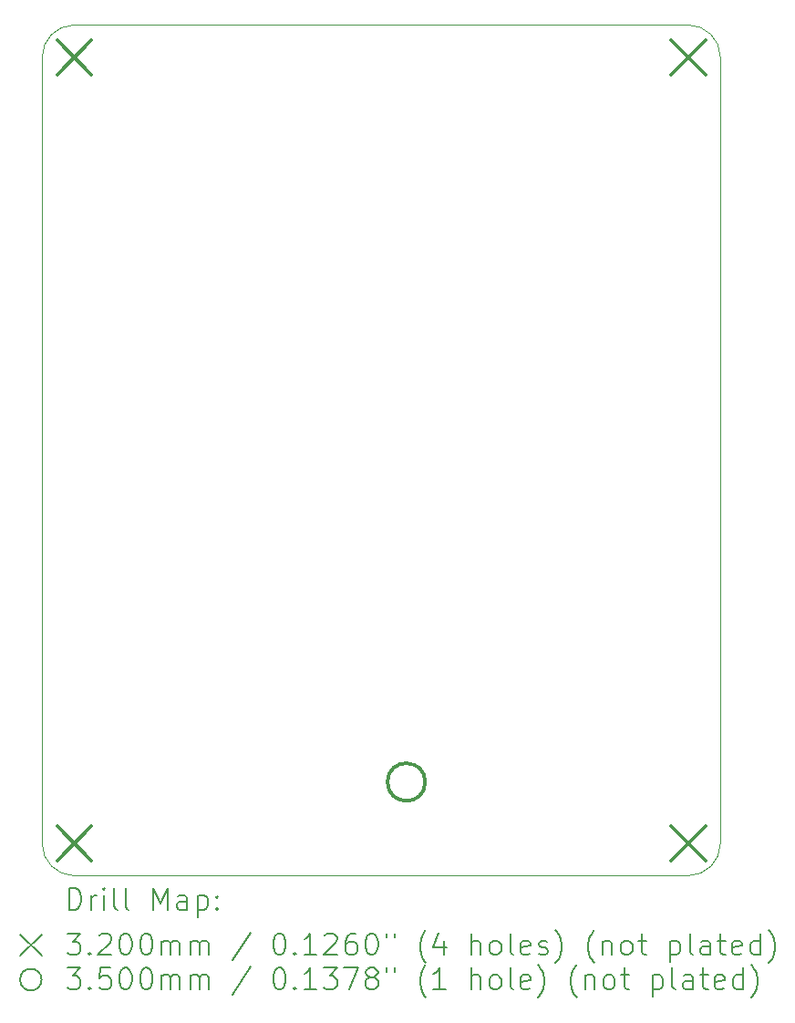
<source format=gbr>
%FSLAX45Y45*%
G04 Gerber Fmt 4.5, Leading zero omitted, Abs format (unit mm)*
G04 Created by KiCad (PCBNEW (6.0.0)) date 2022-05-09 08:45:18*
%MOMM*%
%LPD*%
G01*
G04 APERTURE LIST*
%TA.AperFunction,Profile*%
%ADD10C,0.100000*%
%TD*%
%ADD11C,0.200000*%
%ADD12C,0.320000*%
%ADD13C,0.350000*%
G04 APERTURE END LIST*
D10*
X20300000Y-6300000D02*
G75*
G03*
X20000000Y-6000000I-300000J0D01*
G01*
X20000000Y-6000000D02*
X14300000Y-6000000D01*
X14300000Y-6000000D02*
G75*
G03*
X14000000Y-6300000I0J-300000D01*
G01*
X20300000Y-13600000D02*
X20300000Y-6300000D01*
X20000000Y-13900000D02*
X14300000Y-13900000D01*
X14000000Y-13600000D02*
G75*
G03*
X14300000Y-13900000I300000J0D01*
G01*
X14000000Y-6300000D02*
X14000000Y-13600000D01*
X20000000Y-13900000D02*
G75*
G03*
X20300000Y-13600000I0J300000D01*
G01*
D11*
D12*
X14140000Y-6140000D02*
X14460000Y-6460000D01*
X14460000Y-6140000D02*
X14140000Y-6460000D01*
X14140000Y-13440000D02*
X14460000Y-13760000D01*
X14460000Y-13440000D02*
X14140000Y-13760000D01*
X19840000Y-6140000D02*
X20160000Y-6460000D01*
X20160000Y-6140000D02*
X19840000Y-6460000D01*
X19840000Y-13440000D02*
X20160000Y-13760000D01*
X20160000Y-13440000D02*
X19840000Y-13760000D01*
D13*
X17558000Y-13030200D02*
G75*
G03*
X17558000Y-13030200I-175000J0D01*
G01*
D11*
X14252619Y-14215476D02*
X14252619Y-14015476D01*
X14300238Y-14015476D01*
X14328809Y-14025000D01*
X14347857Y-14044048D01*
X14357381Y-14063095D01*
X14366905Y-14101190D01*
X14366905Y-14129762D01*
X14357381Y-14167857D01*
X14347857Y-14186905D01*
X14328809Y-14205952D01*
X14300238Y-14215476D01*
X14252619Y-14215476D01*
X14452619Y-14215476D02*
X14452619Y-14082143D01*
X14452619Y-14120238D02*
X14462143Y-14101190D01*
X14471667Y-14091667D01*
X14490714Y-14082143D01*
X14509762Y-14082143D01*
X14576428Y-14215476D02*
X14576428Y-14082143D01*
X14576428Y-14015476D02*
X14566905Y-14025000D01*
X14576428Y-14034524D01*
X14585952Y-14025000D01*
X14576428Y-14015476D01*
X14576428Y-14034524D01*
X14700238Y-14215476D02*
X14681190Y-14205952D01*
X14671667Y-14186905D01*
X14671667Y-14015476D01*
X14805000Y-14215476D02*
X14785952Y-14205952D01*
X14776428Y-14186905D01*
X14776428Y-14015476D01*
X15033571Y-14215476D02*
X15033571Y-14015476D01*
X15100238Y-14158333D01*
X15166905Y-14015476D01*
X15166905Y-14215476D01*
X15347857Y-14215476D02*
X15347857Y-14110714D01*
X15338333Y-14091667D01*
X15319286Y-14082143D01*
X15281190Y-14082143D01*
X15262143Y-14091667D01*
X15347857Y-14205952D02*
X15328809Y-14215476D01*
X15281190Y-14215476D01*
X15262143Y-14205952D01*
X15252619Y-14186905D01*
X15252619Y-14167857D01*
X15262143Y-14148809D01*
X15281190Y-14139286D01*
X15328809Y-14139286D01*
X15347857Y-14129762D01*
X15443095Y-14082143D02*
X15443095Y-14282143D01*
X15443095Y-14091667D02*
X15462143Y-14082143D01*
X15500238Y-14082143D01*
X15519286Y-14091667D01*
X15528809Y-14101190D01*
X15538333Y-14120238D01*
X15538333Y-14177381D01*
X15528809Y-14196428D01*
X15519286Y-14205952D01*
X15500238Y-14215476D01*
X15462143Y-14215476D01*
X15443095Y-14205952D01*
X15624048Y-14196428D02*
X15633571Y-14205952D01*
X15624048Y-14215476D01*
X15614524Y-14205952D01*
X15624048Y-14196428D01*
X15624048Y-14215476D01*
X15624048Y-14091667D02*
X15633571Y-14101190D01*
X15624048Y-14110714D01*
X15614524Y-14101190D01*
X15624048Y-14091667D01*
X15624048Y-14110714D01*
X13795000Y-14445000D02*
X13995000Y-14645000D01*
X13995000Y-14445000D02*
X13795000Y-14645000D01*
X14233571Y-14435476D02*
X14357381Y-14435476D01*
X14290714Y-14511667D01*
X14319286Y-14511667D01*
X14338333Y-14521190D01*
X14347857Y-14530714D01*
X14357381Y-14549762D01*
X14357381Y-14597381D01*
X14347857Y-14616428D01*
X14338333Y-14625952D01*
X14319286Y-14635476D01*
X14262143Y-14635476D01*
X14243095Y-14625952D01*
X14233571Y-14616428D01*
X14443095Y-14616428D02*
X14452619Y-14625952D01*
X14443095Y-14635476D01*
X14433571Y-14625952D01*
X14443095Y-14616428D01*
X14443095Y-14635476D01*
X14528809Y-14454524D02*
X14538333Y-14445000D01*
X14557381Y-14435476D01*
X14605000Y-14435476D01*
X14624048Y-14445000D01*
X14633571Y-14454524D01*
X14643095Y-14473571D01*
X14643095Y-14492619D01*
X14633571Y-14521190D01*
X14519286Y-14635476D01*
X14643095Y-14635476D01*
X14766905Y-14435476D02*
X14785952Y-14435476D01*
X14805000Y-14445000D01*
X14814524Y-14454524D01*
X14824048Y-14473571D01*
X14833571Y-14511667D01*
X14833571Y-14559286D01*
X14824048Y-14597381D01*
X14814524Y-14616428D01*
X14805000Y-14625952D01*
X14785952Y-14635476D01*
X14766905Y-14635476D01*
X14747857Y-14625952D01*
X14738333Y-14616428D01*
X14728809Y-14597381D01*
X14719286Y-14559286D01*
X14719286Y-14511667D01*
X14728809Y-14473571D01*
X14738333Y-14454524D01*
X14747857Y-14445000D01*
X14766905Y-14435476D01*
X14957381Y-14435476D02*
X14976428Y-14435476D01*
X14995476Y-14445000D01*
X15005000Y-14454524D01*
X15014524Y-14473571D01*
X15024048Y-14511667D01*
X15024048Y-14559286D01*
X15014524Y-14597381D01*
X15005000Y-14616428D01*
X14995476Y-14625952D01*
X14976428Y-14635476D01*
X14957381Y-14635476D01*
X14938333Y-14625952D01*
X14928809Y-14616428D01*
X14919286Y-14597381D01*
X14909762Y-14559286D01*
X14909762Y-14511667D01*
X14919286Y-14473571D01*
X14928809Y-14454524D01*
X14938333Y-14445000D01*
X14957381Y-14435476D01*
X15109762Y-14635476D02*
X15109762Y-14502143D01*
X15109762Y-14521190D02*
X15119286Y-14511667D01*
X15138333Y-14502143D01*
X15166905Y-14502143D01*
X15185952Y-14511667D01*
X15195476Y-14530714D01*
X15195476Y-14635476D01*
X15195476Y-14530714D02*
X15205000Y-14511667D01*
X15224048Y-14502143D01*
X15252619Y-14502143D01*
X15271667Y-14511667D01*
X15281190Y-14530714D01*
X15281190Y-14635476D01*
X15376428Y-14635476D02*
X15376428Y-14502143D01*
X15376428Y-14521190D02*
X15385952Y-14511667D01*
X15405000Y-14502143D01*
X15433571Y-14502143D01*
X15452619Y-14511667D01*
X15462143Y-14530714D01*
X15462143Y-14635476D01*
X15462143Y-14530714D02*
X15471667Y-14511667D01*
X15490714Y-14502143D01*
X15519286Y-14502143D01*
X15538333Y-14511667D01*
X15547857Y-14530714D01*
X15547857Y-14635476D01*
X15938333Y-14425952D02*
X15766905Y-14683095D01*
X16195476Y-14435476D02*
X16214524Y-14435476D01*
X16233571Y-14445000D01*
X16243095Y-14454524D01*
X16252619Y-14473571D01*
X16262143Y-14511667D01*
X16262143Y-14559286D01*
X16252619Y-14597381D01*
X16243095Y-14616428D01*
X16233571Y-14625952D01*
X16214524Y-14635476D01*
X16195476Y-14635476D01*
X16176428Y-14625952D01*
X16166905Y-14616428D01*
X16157381Y-14597381D01*
X16147857Y-14559286D01*
X16147857Y-14511667D01*
X16157381Y-14473571D01*
X16166905Y-14454524D01*
X16176428Y-14445000D01*
X16195476Y-14435476D01*
X16347857Y-14616428D02*
X16357381Y-14625952D01*
X16347857Y-14635476D01*
X16338333Y-14625952D01*
X16347857Y-14616428D01*
X16347857Y-14635476D01*
X16547857Y-14635476D02*
X16433571Y-14635476D01*
X16490714Y-14635476D02*
X16490714Y-14435476D01*
X16471667Y-14464048D01*
X16452619Y-14483095D01*
X16433571Y-14492619D01*
X16624048Y-14454524D02*
X16633571Y-14445000D01*
X16652619Y-14435476D01*
X16700238Y-14435476D01*
X16719286Y-14445000D01*
X16728809Y-14454524D01*
X16738333Y-14473571D01*
X16738333Y-14492619D01*
X16728809Y-14521190D01*
X16614524Y-14635476D01*
X16738333Y-14635476D01*
X16909762Y-14435476D02*
X16871667Y-14435476D01*
X16852619Y-14445000D01*
X16843095Y-14454524D01*
X16824048Y-14483095D01*
X16814524Y-14521190D01*
X16814524Y-14597381D01*
X16824048Y-14616428D01*
X16833571Y-14625952D01*
X16852619Y-14635476D01*
X16890714Y-14635476D01*
X16909762Y-14625952D01*
X16919286Y-14616428D01*
X16928810Y-14597381D01*
X16928810Y-14549762D01*
X16919286Y-14530714D01*
X16909762Y-14521190D01*
X16890714Y-14511667D01*
X16852619Y-14511667D01*
X16833571Y-14521190D01*
X16824048Y-14530714D01*
X16814524Y-14549762D01*
X17052619Y-14435476D02*
X17071667Y-14435476D01*
X17090714Y-14445000D01*
X17100238Y-14454524D01*
X17109762Y-14473571D01*
X17119286Y-14511667D01*
X17119286Y-14559286D01*
X17109762Y-14597381D01*
X17100238Y-14616428D01*
X17090714Y-14625952D01*
X17071667Y-14635476D01*
X17052619Y-14635476D01*
X17033571Y-14625952D01*
X17024048Y-14616428D01*
X17014524Y-14597381D01*
X17005000Y-14559286D01*
X17005000Y-14511667D01*
X17014524Y-14473571D01*
X17024048Y-14454524D01*
X17033571Y-14445000D01*
X17052619Y-14435476D01*
X17195476Y-14435476D02*
X17195476Y-14473571D01*
X17271667Y-14435476D02*
X17271667Y-14473571D01*
X17566905Y-14711667D02*
X17557381Y-14702143D01*
X17538333Y-14673571D01*
X17528810Y-14654524D01*
X17519286Y-14625952D01*
X17509762Y-14578333D01*
X17509762Y-14540238D01*
X17519286Y-14492619D01*
X17528810Y-14464048D01*
X17538333Y-14445000D01*
X17557381Y-14416428D01*
X17566905Y-14406905D01*
X17728810Y-14502143D02*
X17728810Y-14635476D01*
X17681190Y-14425952D02*
X17633571Y-14568809D01*
X17757381Y-14568809D01*
X17985952Y-14635476D02*
X17985952Y-14435476D01*
X18071667Y-14635476D02*
X18071667Y-14530714D01*
X18062143Y-14511667D01*
X18043095Y-14502143D01*
X18014524Y-14502143D01*
X17995476Y-14511667D01*
X17985952Y-14521190D01*
X18195476Y-14635476D02*
X18176429Y-14625952D01*
X18166905Y-14616428D01*
X18157381Y-14597381D01*
X18157381Y-14540238D01*
X18166905Y-14521190D01*
X18176429Y-14511667D01*
X18195476Y-14502143D01*
X18224048Y-14502143D01*
X18243095Y-14511667D01*
X18252619Y-14521190D01*
X18262143Y-14540238D01*
X18262143Y-14597381D01*
X18252619Y-14616428D01*
X18243095Y-14625952D01*
X18224048Y-14635476D01*
X18195476Y-14635476D01*
X18376429Y-14635476D02*
X18357381Y-14625952D01*
X18347857Y-14606905D01*
X18347857Y-14435476D01*
X18528810Y-14625952D02*
X18509762Y-14635476D01*
X18471667Y-14635476D01*
X18452619Y-14625952D01*
X18443095Y-14606905D01*
X18443095Y-14530714D01*
X18452619Y-14511667D01*
X18471667Y-14502143D01*
X18509762Y-14502143D01*
X18528810Y-14511667D01*
X18538333Y-14530714D01*
X18538333Y-14549762D01*
X18443095Y-14568809D01*
X18614524Y-14625952D02*
X18633571Y-14635476D01*
X18671667Y-14635476D01*
X18690714Y-14625952D01*
X18700238Y-14606905D01*
X18700238Y-14597381D01*
X18690714Y-14578333D01*
X18671667Y-14568809D01*
X18643095Y-14568809D01*
X18624048Y-14559286D01*
X18614524Y-14540238D01*
X18614524Y-14530714D01*
X18624048Y-14511667D01*
X18643095Y-14502143D01*
X18671667Y-14502143D01*
X18690714Y-14511667D01*
X18766905Y-14711667D02*
X18776429Y-14702143D01*
X18795476Y-14673571D01*
X18805000Y-14654524D01*
X18814524Y-14625952D01*
X18824048Y-14578333D01*
X18824048Y-14540238D01*
X18814524Y-14492619D01*
X18805000Y-14464048D01*
X18795476Y-14445000D01*
X18776429Y-14416428D01*
X18766905Y-14406905D01*
X19128810Y-14711667D02*
X19119286Y-14702143D01*
X19100238Y-14673571D01*
X19090714Y-14654524D01*
X19081190Y-14625952D01*
X19071667Y-14578333D01*
X19071667Y-14540238D01*
X19081190Y-14492619D01*
X19090714Y-14464048D01*
X19100238Y-14445000D01*
X19119286Y-14416428D01*
X19128810Y-14406905D01*
X19205000Y-14502143D02*
X19205000Y-14635476D01*
X19205000Y-14521190D02*
X19214524Y-14511667D01*
X19233571Y-14502143D01*
X19262143Y-14502143D01*
X19281190Y-14511667D01*
X19290714Y-14530714D01*
X19290714Y-14635476D01*
X19414524Y-14635476D02*
X19395476Y-14625952D01*
X19385952Y-14616428D01*
X19376429Y-14597381D01*
X19376429Y-14540238D01*
X19385952Y-14521190D01*
X19395476Y-14511667D01*
X19414524Y-14502143D01*
X19443095Y-14502143D01*
X19462143Y-14511667D01*
X19471667Y-14521190D01*
X19481190Y-14540238D01*
X19481190Y-14597381D01*
X19471667Y-14616428D01*
X19462143Y-14625952D01*
X19443095Y-14635476D01*
X19414524Y-14635476D01*
X19538333Y-14502143D02*
X19614524Y-14502143D01*
X19566905Y-14435476D02*
X19566905Y-14606905D01*
X19576429Y-14625952D01*
X19595476Y-14635476D01*
X19614524Y-14635476D01*
X19833571Y-14502143D02*
X19833571Y-14702143D01*
X19833571Y-14511667D02*
X19852619Y-14502143D01*
X19890714Y-14502143D01*
X19909762Y-14511667D01*
X19919286Y-14521190D01*
X19928810Y-14540238D01*
X19928810Y-14597381D01*
X19919286Y-14616428D01*
X19909762Y-14625952D01*
X19890714Y-14635476D01*
X19852619Y-14635476D01*
X19833571Y-14625952D01*
X20043095Y-14635476D02*
X20024048Y-14625952D01*
X20014524Y-14606905D01*
X20014524Y-14435476D01*
X20205000Y-14635476D02*
X20205000Y-14530714D01*
X20195476Y-14511667D01*
X20176429Y-14502143D01*
X20138333Y-14502143D01*
X20119286Y-14511667D01*
X20205000Y-14625952D02*
X20185952Y-14635476D01*
X20138333Y-14635476D01*
X20119286Y-14625952D01*
X20109762Y-14606905D01*
X20109762Y-14587857D01*
X20119286Y-14568809D01*
X20138333Y-14559286D01*
X20185952Y-14559286D01*
X20205000Y-14549762D01*
X20271667Y-14502143D02*
X20347857Y-14502143D01*
X20300238Y-14435476D02*
X20300238Y-14606905D01*
X20309762Y-14625952D01*
X20328810Y-14635476D01*
X20347857Y-14635476D01*
X20490714Y-14625952D02*
X20471667Y-14635476D01*
X20433571Y-14635476D01*
X20414524Y-14625952D01*
X20405000Y-14606905D01*
X20405000Y-14530714D01*
X20414524Y-14511667D01*
X20433571Y-14502143D01*
X20471667Y-14502143D01*
X20490714Y-14511667D01*
X20500238Y-14530714D01*
X20500238Y-14549762D01*
X20405000Y-14568809D01*
X20671667Y-14635476D02*
X20671667Y-14435476D01*
X20671667Y-14625952D02*
X20652619Y-14635476D01*
X20614524Y-14635476D01*
X20595476Y-14625952D01*
X20585952Y-14616428D01*
X20576429Y-14597381D01*
X20576429Y-14540238D01*
X20585952Y-14521190D01*
X20595476Y-14511667D01*
X20614524Y-14502143D01*
X20652619Y-14502143D01*
X20671667Y-14511667D01*
X20747857Y-14711667D02*
X20757381Y-14702143D01*
X20776429Y-14673571D01*
X20785952Y-14654524D01*
X20795476Y-14625952D01*
X20805000Y-14578333D01*
X20805000Y-14540238D01*
X20795476Y-14492619D01*
X20785952Y-14464048D01*
X20776429Y-14445000D01*
X20757381Y-14416428D01*
X20747857Y-14406905D01*
X13995000Y-14865000D02*
G75*
G03*
X13995000Y-14865000I-100000J0D01*
G01*
X14233571Y-14755476D02*
X14357381Y-14755476D01*
X14290714Y-14831667D01*
X14319286Y-14831667D01*
X14338333Y-14841190D01*
X14347857Y-14850714D01*
X14357381Y-14869762D01*
X14357381Y-14917381D01*
X14347857Y-14936428D01*
X14338333Y-14945952D01*
X14319286Y-14955476D01*
X14262143Y-14955476D01*
X14243095Y-14945952D01*
X14233571Y-14936428D01*
X14443095Y-14936428D02*
X14452619Y-14945952D01*
X14443095Y-14955476D01*
X14433571Y-14945952D01*
X14443095Y-14936428D01*
X14443095Y-14955476D01*
X14633571Y-14755476D02*
X14538333Y-14755476D01*
X14528809Y-14850714D01*
X14538333Y-14841190D01*
X14557381Y-14831667D01*
X14605000Y-14831667D01*
X14624048Y-14841190D01*
X14633571Y-14850714D01*
X14643095Y-14869762D01*
X14643095Y-14917381D01*
X14633571Y-14936428D01*
X14624048Y-14945952D01*
X14605000Y-14955476D01*
X14557381Y-14955476D01*
X14538333Y-14945952D01*
X14528809Y-14936428D01*
X14766905Y-14755476D02*
X14785952Y-14755476D01*
X14805000Y-14765000D01*
X14814524Y-14774524D01*
X14824048Y-14793571D01*
X14833571Y-14831667D01*
X14833571Y-14879286D01*
X14824048Y-14917381D01*
X14814524Y-14936428D01*
X14805000Y-14945952D01*
X14785952Y-14955476D01*
X14766905Y-14955476D01*
X14747857Y-14945952D01*
X14738333Y-14936428D01*
X14728809Y-14917381D01*
X14719286Y-14879286D01*
X14719286Y-14831667D01*
X14728809Y-14793571D01*
X14738333Y-14774524D01*
X14747857Y-14765000D01*
X14766905Y-14755476D01*
X14957381Y-14755476D02*
X14976428Y-14755476D01*
X14995476Y-14765000D01*
X15005000Y-14774524D01*
X15014524Y-14793571D01*
X15024048Y-14831667D01*
X15024048Y-14879286D01*
X15014524Y-14917381D01*
X15005000Y-14936428D01*
X14995476Y-14945952D01*
X14976428Y-14955476D01*
X14957381Y-14955476D01*
X14938333Y-14945952D01*
X14928809Y-14936428D01*
X14919286Y-14917381D01*
X14909762Y-14879286D01*
X14909762Y-14831667D01*
X14919286Y-14793571D01*
X14928809Y-14774524D01*
X14938333Y-14765000D01*
X14957381Y-14755476D01*
X15109762Y-14955476D02*
X15109762Y-14822143D01*
X15109762Y-14841190D02*
X15119286Y-14831667D01*
X15138333Y-14822143D01*
X15166905Y-14822143D01*
X15185952Y-14831667D01*
X15195476Y-14850714D01*
X15195476Y-14955476D01*
X15195476Y-14850714D02*
X15205000Y-14831667D01*
X15224048Y-14822143D01*
X15252619Y-14822143D01*
X15271667Y-14831667D01*
X15281190Y-14850714D01*
X15281190Y-14955476D01*
X15376428Y-14955476D02*
X15376428Y-14822143D01*
X15376428Y-14841190D02*
X15385952Y-14831667D01*
X15405000Y-14822143D01*
X15433571Y-14822143D01*
X15452619Y-14831667D01*
X15462143Y-14850714D01*
X15462143Y-14955476D01*
X15462143Y-14850714D02*
X15471667Y-14831667D01*
X15490714Y-14822143D01*
X15519286Y-14822143D01*
X15538333Y-14831667D01*
X15547857Y-14850714D01*
X15547857Y-14955476D01*
X15938333Y-14745952D02*
X15766905Y-15003095D01*
X16195476Y-14755476D02*
X16214524Y-14755476D01*
X16233571Y-14765000D01*
X16243095Y-14774524D01*
X16252619Y-14793571D01*
X16262143Y-14831667D01*
X16262143Y-14879286D01*
X16252619Y-14917381D01*
X16243095Y-14936428D01*
X16233571Y-14945952D01*
X16214524Y-14955476D01*
X16195476Y-14955476D01*
X16176428Y-14945952D01*
X16166905Y-14936428D01*
X16157381Y-14917381D01*
X16147857Y-14879286D01*
X16147857Y-14831667D01*
X16157381Y-14793571D01*
X16166905Y-14774524D01*
X16176428Y-14765000D01*
X16195476Y-14755476D01*
X16347857Y-14936428D02*
X16357381Y-14945952D01*
X16347857Y-14955476D01*
X16338333Y-14945952D01*
X16347857Y-14936428D01*
X16347857Y-14955476D01*
X16547857Y-14955476D02*
X16433571Y-14955476D01*
X16490714Y-14955476D02*
X16490714Y-14755476D01*
X16471667Y-14784048D01*
X16452619Y-14803095D01*
X16433571Y-14812619D01*
X16614524Y-14755476D02*
X16738333Y-14755476D01*
X16671667Y-14831667D01*
X16700238Y-14831667D01*
X16719286Y-14841190D01*
X16728809Y-14850714D01*
X16738333Y-14869762D01*
X16738333Y-14917381D01*
X16728809Y-14936428D01*
X16719286Y-14945952D01*
X16700238Y-14955476D01*
X16643095Y-14955476D01*
X16624048Y-14945952D01*
X16614524Y-14936428D01*
X16805000Y-14755476D02*
X16938333Y-14755476D01*
X16852619Y-14955476D01*
X17043095Y-14841190D02*
X17024048Y-14831667D01*
X17014524Y-14822143D01*
X17005000Y-14803095D01*
X17005000Y-14793571D01*
X17014524Y-14774524D01*
X17024048Y-14765000D01*
X17043095Y-14755476D01*
X17081190Y-14755476D01*
X17100238Y-14765000D01*
X17109762Y-14774524D01*
X17119286Y-14793571D01*
X17119286Y-14803095D01*
X17109762Y-14822143D01*
X17100238Y-14831667D01*
X17081190Y-14841190D01*
X17043095Y-14841190D01*
X17024048Y-14850714D01*
X17014524Y-14860238D01*
X17005000Y-14879286D01*
X17005000Y-14917381D01*
X17014524Y-14936428D01*
X17024048Y-14945952D01*
X17043095Y-14955476D01*
X17081190Y-14955476D01*
X17100238Y-14945952D01*
X17109762Y-14936428D01*
X17119286Y-14917381D01*
X17119286Y-14879286D01*
X17109762Y-14860238D01*
X17100238Y-14850714D01*
X17081190Y-14841190D01*
X17195476Y-14755476D02*
X17195476Y-14793571D01*
X17271667Y-14755476D02*
X17271667Y-14793571D01*
X17566905Y-15031667D02*
X17557381Y-15022143D01*
X17538333Y-14993571D01*
X17528810Y-14974524D01*
X17519286Y-14945952D01*
X17509762Y-14898333D01*
X17509762Y-14860238D01*
X17519286Y-14812619D01*
X17528810Y-14784048D01*
X17538333Y-14765000D01*
X17557381Y-14736428D01*
X17566905Y-14726905D01*
X17747857Y-14955476D02*
X17633571Y-14955476D01*
X17690714Y-14955476D02*
X17690714Y-14755476D01*
X17671667Y-14784048D01*
X17652619Y-14803095D01*
X17633571Y-14812619D01*
X17985952Y-14955476D02*
X17985952Y-14755476D01*
X18071667Y-14955476D02*
X18071667Y-14850714D01*
X18062143Y-14831667D01*
X18043095Y-14822143D01*
X18014524Y-14822143D01*
X17995476Y-14831667D01*
X17985952Y-14841190D01*
X18195476Y-14955476D02*
X18176429Y-14945952D01*
X18166905Y-14936428D01*
X18157381Y-14917381D01*
X18157381Y-14860238D01*
X18166905Y-14841190D01*
X18176429Y-14831667D01*
X18195476Y-14822143D01*
X18224048Y-14822143D01*
X18243095Y-14831667D01*
X18252619Y-14841190D01*
X18262143Y-14860238D01*
X18262143Y-14917381D01*
X18252619Y-14936428D01*
X18243095Y-14945952D01*
X18224048Y-14955476D01*
X18195476Y-14955476D01*
X18376429Y-14955476D02*
X18357381Y-14945952D01*
X18347857Y-14926905D01*
X18347857Y-14755476D01*
X18528810Y-14945952D02*
X18509762Y-14955476D01*
X18471667Y-14955476D01*
X18452619Y-14945952D01*
X18443095Y-14926905D01*
X18443095Y-14850714D01*
X18452619Y-14831667D01*
X18471667Y-14822143D01*
X18509762Y-14822143D01*
X18528810Y-14831667D01*
X18538333Y-14850714D01*
X18538333Y-14869762D01*
X18443095Y-14888809D01*
X18605000Y-15031667D02*
X18614524Y-15022143D01*
X18633571Y-14993571D01*
X18643095Y-14974524D01*
X18652619Y-14945952D01*
X18662143Y-14898333D01*
X18662143Y-14860238D01*
X18652619Y-14812619D01*
X18643095Y-14784048D01*
X18633571Y-14765000D01*
X18614524Y-14736428D01*
X18605000Y-14726905D01*
X18966905Y-15031667D02*
X18957381Y-15022143D01*
X18938333Y-14993571D01*
X18928810Y-14974524D01*
X18919286Y-14945952D01*
X18909762Y-14898333D01*
X18909762Y-14860238D01*
X18919286Y-14812619D01*
X18928810Y-14784048D01*
X18938333Y-14765000D01*
X18957381Y-14736428D01*
X18966905Y-14726905D01*
X19043095Y-14822143D02*
X19043095Y-14955476D01*
X19043095Y-14841190D02*
X19052619Y-14831667D01*
X19071667Y-14822143D01*
X19100238Y-14822143D01*
X19119286Y-14831667D01*
X19128810Y-14850714D01*
X19128810Y-14955476D01*
X19252619Y-14955476D02*
X19233571Y-14945952D01*
X19224048Y-14936428D01*
X19214524Y-14917381D01*
X19214524Y-14860238D01*
X19224048Y-14841190D01*
X19233571Y-14831667D01*
X19252619Y-14822143D01*
X19281190Y-14822143D01*
X19300238Y-14831667D01*
X19309762Y-14841190D01*
X19319286Y-14860238D01*
X19319286Y-14917381D01*
X19309762Y-14936428D01*
X19300238Y-14945952D01*
X19281190Y-14955476D01*
X19252619Y-14955476D01*
X19376429Y-14822143D02*
X19452619Y-14822143D01*
X19405000Y-14755476D02*
X19405000Y-14926905D01*
X19414524Y-14945952D01*
X19433571Y-14955476D01*
X19452619Y-14955476D01*
X19671667Y-14822143D02*
X19671667Y-15022143D01*
X19671667Y-14831667D02*
X19690714Y-14822143D01*
X19728810Y-14822143D01*
X19747857Y-14831667D01*
X19757381Y-14841190D01*
X19766905Y-14860238D01*
X19766905Y-14917381D01*
X19757381Y-14936428D01*
X19747857Y-14945952D01*
X19728810Y-14955476D01*
X19690714Y-14955476D01*
X19671667Y-14945952D01*
X19881190Y-14955476D02*
X19862143Y-14945952D01*
X19852619Y-14926905D01*
X19852619Y-14755476D01*
X20043095Y-14955476D02*
X20043095Y-14850714D01*
X20033571Y-14831667D01*
X20014524Y-14822143D01*
X19976429Y-14822143D01*
X19957381Y-14831667D01*
X20043095Y-14945952D02*
X20024048Y-14955476D01*
X19976429Y-14955476D01*
X19957381Y-14945952D01*
X19947857Y-14926905D01*
X19947857Y-14907857D01*
X19957381Y-14888809D01*
X19976429Y-14879286D01*
X20024048Y-14879286D01*
X20043095Y-14869762D01*
X20109762Y-14822143D02*
X20185952Y-14822143D01*
X20138333Y-14755476D02*
X20138333Y-14926905D01*
X20147857Y-14945952D01*
X20166905Y-14955476D01*
X20185952Y-14955476D01*
X20328810Y-14945952D02*
X20309762Y-14955476D01*
X20271667Y-14955476D01*
X20252619Y-14945952D01*
X20243095Y-14926905D01*
X20243095Y-14850714D01*
X20252619Y-14831667D01*
X20271667Y-14822143D01*
X20309762Y-14822143D01*
X20328810Y-14831667D01*
X20338333Y-14850714D01*
X20338333Y-14869762D01*
X20243095Y-14888809D01*
X20509762Y-14955476D02*
X20509762Y-14755476D01*
X20509762Y-14945952D02*
X20490714Y-14955476D01*
X20452619Y-14955476D01*
X20433571Y-14945952D01*
X20424048Y-14936428D01*
X20414524Y-14917381D01*
X20414524Y-14860238D01*
X20424048Y-14841190D01*
X20433571Y-14831667D01*
X20452619Y-14822143D01*
X20490714Y-14822143D01*
X20509762Y-14831667D01*
X20585952Y-15031667D02*
X20595476Y-15022143D01*
X20614524Y-14993571D01*
X20624048Y-14974524D01*
X20633571Y-14945952D01*
X20643095Y-14898333D01*
X20643095Y-14860238D01*
X20633571Y-14812619D01*
X20624048Y-14784048D01*
X20614524Y-14765000D01*
X20595476Y-14736428D01*
X20585952Y-14726905D01*
M02*

</source>
